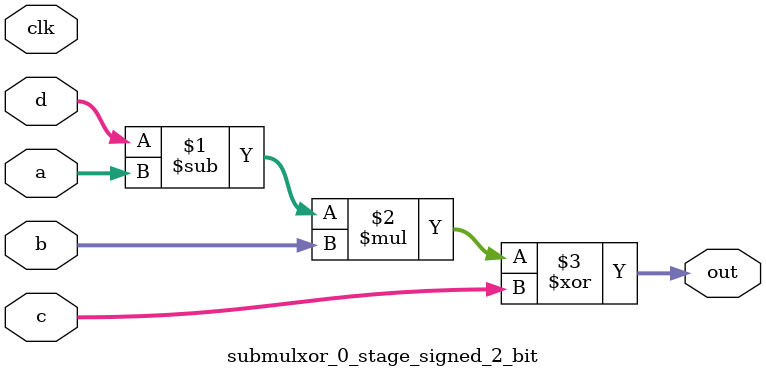
<source format=sv>
(* use_dsp = "yes" *) module submulxor_0_stage_signed_2_bit(
	input signed [1:0] a,
	input signed [1:0] b,
	input signed [1:0] c,
	input signed [1:0] d,
	output [1:0] out,
	input clk);

	assign out = ((d - a) * b) ^ c;
endmodule

</source>
